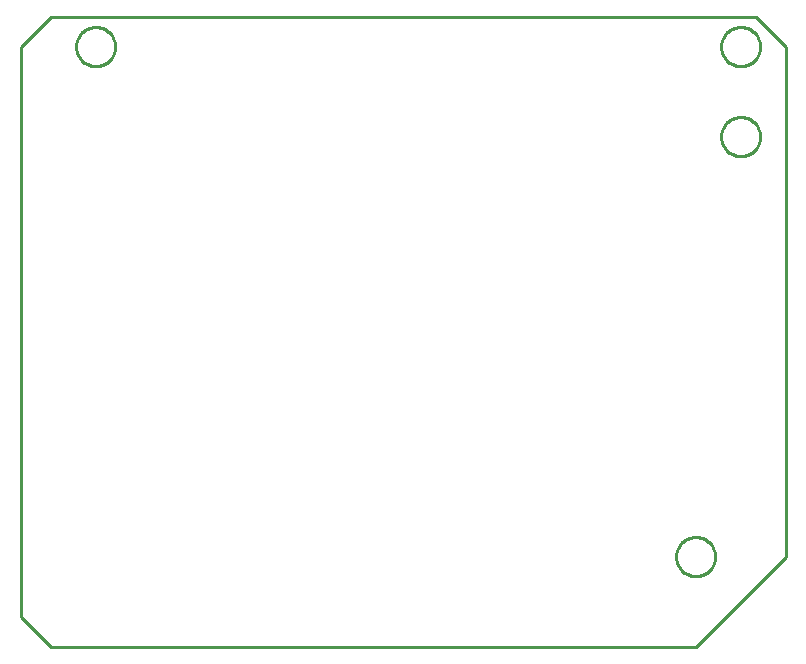
<source format=gbr>
G04 EAGLE Gerber RS-274X export*
G75*
%MOMM*%
%FSLAX34Y34*%
%LPD*%
%IN*%
%IPPOS*%
%AMOC8*
5,1,8,0,0,1.08239X$1,22.5*%
G01*
%ADD10C,0.254000*%


D10*
X0Y25400D02*
X25400Y0D01*
X571500Y0D01*
X647700Y76200D01*
X647700Y508000D01*
X622300Y533400D01*
X25400Y533400D01*
X0Y508000D01*
X0Y25400D01*
X80010Y507460D02*
X79939Y506381D01*
X79798Y505309D01*
X79587Y504249D01*
X79308Y503205D01*
X78960Y502181D01*
X78546Y501183D01*
X78068Y500213D01*
X77528Y499277D01*
X76927Y498378D01*
X76269Y497521D01*
X75557Y496708D01*
X74792Y495944D01*
X73979Y495231D01*
X73122Y494573D01*
X72223Y493972D01*
X71287Y493432D01*
X70317Y492954D01*
X69319Y492540D01*
X68295Y492192D01*
X67251Y491913D01*
X66191Y491702D01*
X65119Y491561D01*
X64040Y491490D01*
X62960Y491490D01*
X61881Y491561D01*
X60809Y491702D01*
X59749Y491913D01*
X58705Y492192D01*
X57681Y492540D01*
X56683Y492954D01*
X55713Y493432D01*
X54777Y493972D01*
X53878Y494573D01*
X53021Y495231D01*
X52208Y495944D01*
X51444Y496708D01*
X50731Y497521D01*
X50073Y498378D01*
X49472Y499277D01*
X48932Y500213D01*
X48454Y501183D01*
X48040Y502181D01*
X47692Y503205D01*
X47413Y504249D01*
X47202Y505309D01*
X47061Y506381D01*
X46990Y507460D01*
X46990Y508540D01*
X47061Y509619D01*
X47202Y510691D01*
X47413Y511751D01*
X47692Y512795D01*
X48040Y513819D01*
X48454Y514817D01*
X48932Y515787D01*
X49472Y516723D01*
X50073Y517622D01*
X50731Y518479D01*
X51444Y519292D01*
X52208Y520057D01*
X53021Y520769D01*
X53878Y521427D01*
X54777Y522028D01*
X55713Y522568D01*
X56683Y523046D01*
X57681Y523460D01*
X58705Y523808D01*
X59749Y524087D01*
X60809Y524298D01*
X61881Y524439D01*
X62960Y524510D01*
X64040Y524510D01*
X65119Y524439D01*
X66191Y524298D01*
X67251Y524087D01*
X68295Y523808D01*
X69319Y523460D01*
X70317Y523046D01*
X71287Y522568D01*
X72223Y522028D01*
X73122Y521427D01*
X73979Y520769D01*
X74792Y520057D01*
X75557Y519292D01*
X76269Y518479D01*
X76927Y517622D01*
X77528Y516723D01*
X78068Y515787D01*
X78546Y514817D01*
X78960Y513819D01*
X79308Y512795D01*
X79587Y511751D01*
X79798Y510691D01*
X79939Y509619D01*
X80010Y508540D01*
X80010Y507460D01*
X588010Y75660D02*
X587939Y74581D01*
X587798Y73509D01*
X587587Y72449D01*
X587308Y71405D01*
X586960Y70381D01*
X586546Y69383D01*
X586068Y68413D01*
X585528Y67477D01*
X584927Y66578D01*
X584269Y65721D01*
X583557Y64908D01*
X582792Y64144D01*
X581979Y63431D01*
X581122Y62773D01*
X580223Y62172D01*
X579287Y61632D01*
X578317Y61154D01*
X577319Y60740D01*
X576295Y60392D01*
X575251Y60113D01*
X574191Y59902D01*
X573119Y59761D01*
X572040Y59690D01*
X570960Y59690D01*
X569881Y59761D01*
X568809Y59902D01*
X567749Y60113D01*
X566705Y60392D01*
X565681Y60740D01*
X564683Y61154D01*
X563713Y61632D01*
X562777Y62172D01*
X561878Y62773D01*
X561021Y63431D01*
X560208Y64144D01*
X559444Y64908D01*
X558731Y65721D01*
X558073Y66578D01*
X557472Y67477D01*
X556932Y68413D01*
X556454Y69383D01*
X556040Y70381D01*
X555692Y71405D01*
X555413Y72449D01*
X555202Y73509D01*
X555061Y74581D01*
X554990Y75660D01*
X554990Y76740D01*
X555061Y77819D01*
X555202Y78891D01*
X555413Y79951D01*
X555692Y80995D01*
X556040Y82019D01*
X556454Y83017D01*
X556932Y83987D01*
X557472Y84923D01*
X558073Y85822D01*
X558731Y86679D01*
X559444Y87492D01*
X560208Y88257D01*
X561021Y88969D01*
X561878Y89627D01*
X562777Y90228D01*
X563713Y90768D01*
X564683Y91246D01*
X565681Y91660D01*
X566705Y92008D01*
X567749Y92287D01*
X568809Y92498D01*
X569881Y92639D01*
X570960Y92710D01*
X572040Y92710D01*
X573119Y92639D01*
X574191Y92498D01*
X575251Y92287D01*
X576295Y92008D01*
X577319Y91660D01*
X578317Y91246D01*
X579287Y90768D01*
X580223Y90228D01*
X581122Y89627D01*
X581979Y88969D01*
X582792Y88257D01*
X583557Y87492D01*
X584269Y86679D01*
X584927Y85822D01*
X585528Y84923D01*
X586068Y83987D01*
X586546Y83017D01*
X586960Y82019D01*
X587308Y80995D01*
X587587Y79951D01*
X587798Y78891D01*
X587939Y77819D01*
X588010Y76740D01*
X588010Y75660D01*
X626110Y507460D02*
X626039Y506381D01*
X625898Y505309D01*
X625687Y504249D01*
X625408Y503205D01*
X625060Y502181D01*
X624646Y501183D01*
X624168Y500213D01*
X623628Y499277D01*
X623027Y498378D01*
X622369Y497521D01*
X621657Y496708D01*
X620892Y495944D01*
X620079Y495231D01*
X619222Y494573D01*
X618323Y493972D01*
X617387Y493432D01*
X616417Y492954D01*
X615419Y492540D01*
X614395Y492192D01*
X613351Y491913D01*
X612291Y491702D01*
X611219Y491561D01*
X610140Y491490D01*
X609060Y491490D01*
X607981Y491561D01*
X606909Y491702D01*
X605849Y491913D01*
X604805Y492192D01*
X603781Y492540D01*
X602783Y492954D01*
X601813Y493432D01*
X600877Y493972D01*
X599978Y494573D01*
X599121Y495231D01*
X598308Y495944D01*
X597544Y496708D01*
X596831Y497521D01*
X596173Y498378D01*
X595572Y499277D01*
X595032Y500213D01*
X594554Y501183D01*
X594140Y502181D01*
X593792Y503205D01*
X593513Y504249D01*
X593302Y505309D01*
X593161Y506381D01*
X593090Y507460D01*
X593090Y508540D01*
X593161Y509619D01*
X593302Y510691D01*
X593513Y511751D01*
X593792Y512795D01*
X594140Y513819D01*
X594554Y514817D01*
X595032Y515787D01*
X595572Y516723D01*
X596173Y517622D01*
X596831Y518479D01*
X597544Y519292D01*
X598308Y520057D01*
X599121Y520769D01*
X599978Y521427D01*
X600877Y522028D01*
X601813Y522568D01*
X602783Y523046D01*
X603781Y523460D01*
X604805Y523808D01*
X605849Y524087D01*
X606909Y524298D01*
X607981Y524439D01*
X609060Y524510D01*
X610140Y524510D01*
X611219Y524439D01*
X612291Y524298D01*
X613351Y524087D01*
X614395Y523808D01*
X615419Y523460D01*
X616417Y523046D01*
X617387Y522568D01*
X618323Y522028D01*
X619222Y521427D01*
X620079Y520769D01*
X620892Y520057D01*
X621657Y519292D01*
X622369Y518479D01*
X623027Y517622D01*
X623628Y516723D01*
X624168Y515787D01*
X624646Y514817D01*
X625060Y513819D01*
X625408Y512795D01*
X625687Y511751D01*
X625898Y510691D01*
X626039Y509619D01*
X626110Y508540D01*
X626110Y507460D01*
X626110Y431260D02*
X626039Y430181D01*
X625898Y429109D01*
X625687Y428049D01*
X625408Y427005D01*
X625060Y425981D01*
X624646Y424983D01*
X624168Y424013D01*
X623628Y423077D01*
X623027Y422178D01*
X622369Y421321D01*
X621657Y420508D01*
X620892Y419744D01*
X620079Y419031D01*
X619222Y418373D01*
X618323Y417772D01*
X617387Y417232D01*
X616417Y416754D01*
X615419Y416340D01*
X614395Y415992D01*
X613351Y415713D01*
X612291Y415502D01*
X611219Y415361D01*
X610140Y415290D01*
X609060Y415290D01*
X607981Y415361D01*
X606909Y415502D01*
X605849Y415713D01*
X604805Y415992D01*
X603781Y416340D01*
X602783Y416754D01*
X601813Y417232D01*
X600877Y417772D01*
X599978Y418373D01*
X599121Y419031D01*
X598308Y419744D01*
X597544Y420508D01*
X596831Y421321D01*
X596173Y422178D01*
X595572Y423077D01*
X595032Y424013D01*
X594554Y424983D01*
X594140Y425981D01*
X593792Y427005D01*
X593513Y428049D01*
X593302Y429109D01*
X593161Y430181D01*
X593090Y431260D01*
X593090Y432340D01*
X593161Y433419D01*
X593302Y434491D01*
X593513Y435551D01*
X593792Y436595D01*
X594140Y437619D01*
X594554Y438617D01*
X595032Y439587D01*
X595572Y440523D01*
X596173Y441422D01*
X596831Y442279D01*
X597544Y443092D01*
X598308Y443857D01*
X599121Y444569D01*
X599978Y445227D01*
X600877Y445828D01*
X601813Y446368D01*
X602783Y446846D01*
X603781Y447260D01*
X604805Y447608D01*
X605849Y447887D01*
X606909Y448098D01*
X607981Y448239D01*
X609060Y448310D01*
X610140Y448310D01*
X611219Y448239D01*
X612291Y448098D01*
X613351Y447887D01*
X614395Y447608D01*
X615419Y447260D01*
X616417Y446846D01*
X617387Y446368D01*
X618323Y445828D01*
X619222Y445227D01*
X620079Y444569D01*
X620892Y443857D01*
X621657Y443092D01*
X622369Y442279D01*
X623027Y441422D01*
X623628Y440523D01*
X624168Y439587D01*
X624646Y438617D01*
X625060Y437619D01*
X625408Y436595D01*
X625687Y435551D01*
X625898Y434491D01*
X626039Y433419D01*
X626110Y432340D01*
X626110Y431260D01*
M02*

</source>
